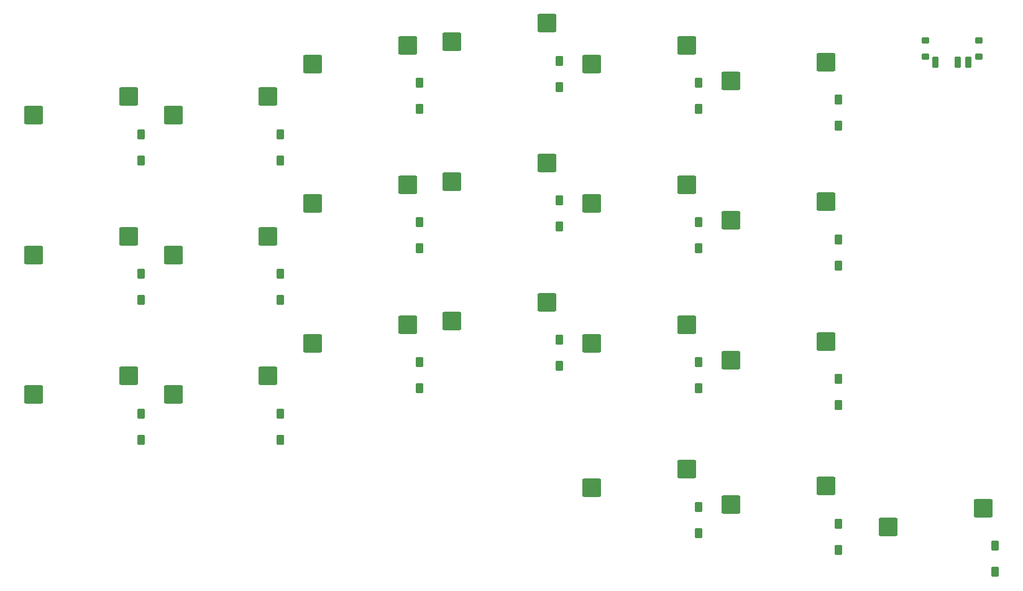
<source format=gbp>
G04 #@! TF.GenerationSoftware,KiCad,Pcbnew,7.0.2*
G04 #@! TF.CreationDate,2023-04-26T23:45:06+03:00*
G04 #@! TF.ProjectId,mriya-left,6d726979-612d-46c6-9566-742e6b696361,0.9*
G04 #@! TF.SameCoordinates,Original*
G04 #@! TF.FileFunction,Paste,Bot*
G04 #@! TF.FilePolarity,Positive*
%FSLAX46Y46*%
G04 Gerber Fmt 4.6, Leading zero omitted, Abs format (unit mm)*
G04 Created by KiCad (PCBNEW 7.0.2) date 2023-04-26 23:45:06*
%MOMM*%
%LPD*%
G01*
G04 APERTURE LIST*
G04 Aperture macros list*
%AMRoundRect*
0 Rectangle with rounded corners*
0 $1 Rounding radius*
0 $2 $3 $4 $5 $6 $7 $8 $9 X,Y pos of 4 corners*
0 Add a 4 corners polygon primitive as box body*
4,1,4,$2,$3,$4,$5,$6,$7,$8,$9,$2,$3,0*
0 Add four circle primitives for the rounded corners*
1,1,$1+$1,$2,$3*
1,1,$1+$1,$4,$5*
1,1,$1+$1,$6,$7*
1,1,$1+$1,$8,$9*
0 Add four rect primitives between the rounded corners*
20,1,$1+$1,$2,$3,$4,$5,0*
20,1,$1+$1,$4,$5,$6,$7,0*
20,1,$1+$1,$6,$7,$8,$9,0*
20,1,$1+$1,$8,$9,$2,$3,0*%
G04 Aperture macros list end*
%ADD10RoundRect,0.200000X1.075000X1.050000X-1.075000X1.050000X-1.075000X-1.050000X1.075000X-1.050000X0*%
%ADD11RoundRect,0.200000X0.300000X-0.500000X0.300000X0.500000X-0.300000X0.500000X-0.300000X-0.500000X0*%
%ADD12RoundRect,0.120000X-0.380000X-0.280000X0.380000X-0.280000X0.380000X0.280000X-0.380000X0.280000X0*%
%ADD13RoundRect,0.120000X-0.280000X-0.680000X0.280000X-0.680000X0.280000X0.680000X-0.280000X0.680000X0*%
G04 APERTURE END LIST*
D10*
X118915000Y-47460000D03*
X131842000Y-44920000D03*
X99915000Y-82460000D03*
X112842000Y-79920000D03*
X80915000Y-66460000D03*
X93842000Y-63920000D03*
X42915000Y-73460000D03*
X55842000Y-70920000D03*
X137915000Y-107460000D03*
X150842000Y-104920000D03*
X80915000Y-85460000D03*
X93842000Y-82920000D03*
X137915000Y-49760000D03*
X150842000Y-47220000D03*
X61915000Y-54460000D03*
X74842000Y-51920000D03*
X137915000Y-68760000D03*
X150842000Y-66220000D03*
X118915000Y-66460000D03*
X131842000Y-63920000D03*
X42915000Y-92460000D03*
X55842000Y-89920000D03*
X159315000Y-110460000D03*
X172242000Y-107920000D03*
X80915000Y-47460000D03*
X93842000Y-44920000D03*
X61915000Y-92460000D03*
X74842000Y-89920000D03*
X118915000Y-105160000D03*
X131842000Y-102620000D03*
X42915000Y-54460000D03*
X55842000Y-51920000D03*
X99915000Y-44460000D03*
X112842000Y-41920000D03*
X137915000Y-87760000D03*
X150842000Y-85220000D03*
X99915000Y-63460000D03*
X112842000Y-60920000D03*
X61915000Y-73460000D03*
X74842000Y-70920000D03*
X118915000Y-85460000D03*
X131842000Y-82920000D03*
D11*
X57500000Y-98575000D03*
X57500000Y-95025000D03*
X76500000Y-60575000D03*
X76500000Y-57025000D03*
X133500000Y-91575000D03*
X133500000Y-88025000D03*
X57500000Y-60575000D03*
X57500000Y-57025000D03*
X95500000Y-91575000D03*
X95500000Y-88025000D03*
X152500000Y-55875000D03*
X152500000Y-52325000D03*
D12*
X164350000Y-44300000D03*
X164350000Y-46500000D03*
X171650000Y-44300000D03*
X171650000Y-46500000D03*
D13*
X165750000Y-47200000D03*
X168750000Y-47200000D03*
X170250000Y-47200000D03*
D11*
X152500000Y-113575000D03*
X152500000Y-110025000D03*
X95500000Y-53575000D03*
X95500000Y-50025000D03*
X173900000Y-116575000D03*
X173900000Y-113025000D03*
X133500000Y-72575000D03*
X133500000Y-69025000D03*
X114500000Y-88575000D03*
X114500000Y-85025000D03*
X133500000Y-53575000D03*
X133500000Y-50025000D03*
X114500000Y-69575000D03*
X114500000Y-66025000D03*
X76500000Y-79575000D03*
X76500000Y-76025000D03*
X114500000Y-50575000D03*
X114500000Y-47025000D03*
X57500000Y-79575000D03*
X57500000Y-76025000D03*
X76500000Y-98575000D03*
X76500000Y-95025000D03*
X133500000Y-111275000D03*
X133500000Y-107725000D03*
X152500000Y-74875000D03*
X152500000Y-71325000D03*
X152500000Y-93875000D03*
X152500000Y-90325000D03*
X95500000Y-72575000D03*
X95500000Y-69025000D03*
M02*

</source>
